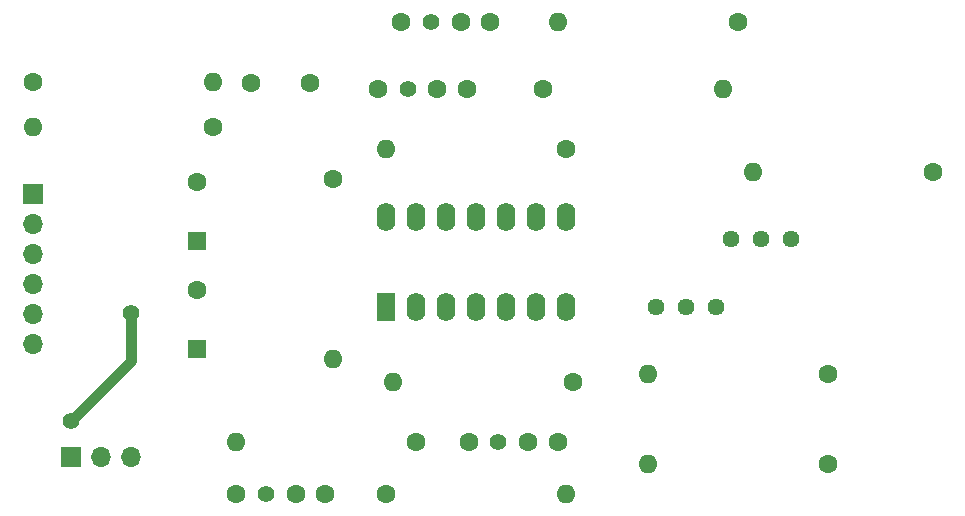
<source format=gbr>
G04 #@! TF.GenerationSoftware,KiCad,Pcbnew,(5.1.6)-1*
G04 #@! TF.CreationDate,2024-02-15T07:59:17+01:00*
G04 #@! TF.ProjectId,AetS_Spectrum_1way,41657453-5f53-4706-9563-7472756d5f31,rev?*
G04 #@! TF.SameCoordinates,Original*
G04 #@! TF.FileFunction,Copper,L1,Top*
G04 #@! TF.FilePolarity,Positive*
%FSLAX46Y46*%
G04 Gerber Fmt 4.6, Leading zero omitted, Abs format (unit mm)*
G04 Created by KiCad (PCBNEW (5.1.6)-1) date 2024-02-15 07:59:17*
%MOMM*%
%LPD*%
G01*
G04 APERTURE LIST*
G04 #@! TA.AperFunction,ComponentPad*
%ADD10R,1.700000X1.700000*%
G04 #@! TD*
G04 #@! TA.AperFunction,ComponentPad*
%ADD11O,1.700000X1.700000*%
G04 #@! TD*
G04 #@! TA.AperFunction,ComponentPad*
%ADD12C,1.400000*%
G04 #@! TD*
G04 #@! TA.AperFunction,ComponentPad*
%ADD13C,1.600000*%
G04 #@! TD*
G04 #@! TA.AperFunction,ComponentPad*
%ADD14R,1.600000X1.600000*%
G04 #@! TD*
G04 #@! TA.AperFunction,ComponentPad*
%ADD15O,1.600000X1.600000*%
G04 #@! TD*
G04 #@! TA.AperFunction,ComponentPad*
%ADD16C,1.440000*%
G04 #@! TD*
G04 #@! TA.AperFunction,ComponentPad*
%ADD17R,1.600000X2.400000*%
G04 #@! TD*
G04 #@! TA.AperFunction,ComponentPad*
%ADD18O,1.600000X2.400000*%
G04 #@! TD*
G04 #@! TA.AperFunction,ViaPad*
%ADD19C,1.400000*%
G04 #@! TD*
G04 #@! TA.AperFunction,Conductor*
%ADD20C,0.900000*%
G04 #@! TD*
G04 APERTURE END LIST*
D10*
X165100000Y-73660000D03*
D11*
X167640000Y-73660000D03*
X170180000Y-73660000D03*
D12*
X181610000Y-76835000D03*
X179110000Y-76835000D03*
D13*
X184150000Y-76835000D03*
X179150000Y-76835000D03*
X175768000Y-59516000D03*
D14*
X175768000Y-64516000D03*
D12*
X201255000Y-72390000D03*
X198755000Y-72390000D03*
D13*
X198835000Y-72390000D03*
X203835000Y-72390000D03*
D14*
X175768000Y-55372000D03*
D13*
X175768000Y-50372000D03*
D12*
X195580000Y-36830000D03*
X193080000Y-36830000D03*
D13*
X198120000Y-36830000D03*
X193120000Y-36830000D03*
D12*
X193635000Y-42545000D03*
X191135000Y-42545000D03*
D13*
X191135000Y-42545000D03*
X196135000Y-42545000D03*
X180340000Y-41990000D03*
X185340000Y-41990000D03*
X179150000Y-76835000D03*
X186650000Y-76835000D03*
X206375000Y-72390000D03*
X198875000Y-72390000D03*
X193080000Y-36830000D03*
X200580000Y-36830000D03*
X198635000Y-42545000D03*
X191135000Y-42545000D03*
D10*
X161925000Y-51435000D03*
D11*
X161925000Y-53975000D03*
X161925000Y-56515000D03*
X161925000Y-59055000D03*
X161925000Y-61595000D03*
X161925000Y-64135000D03*
D13*
X191770000Y-76835000D03*
D15*
X207010000Y-76835000D03*
D13*
X229235000Y-74295000D03*
D15*
X213995000Y-74295000D03*
D13*
X207645000Y-67310000D03*
D15*
X192405000Y-67310000D03*
X179070000Y-72390000D03*
D13*
X194310000Y-72390000D03*
D15*
X213995000Y-66675000D03*
D13*
X229235000Y-66675000D03*
D15*
X187325000Y-65405000D03*
D13*
X187325000Y-50165000D03*
D15*
X206375000Y-36830000D03*
D13*
X221615000Y-36830000D03*
X205105000Y-42545000D03*
D15*
X220345000Y-42545000D03*
D13*
X207010000Y-47625000D03*
D15*
X191770000Y-47625000D03*
X222885000Y-49530000D03*
D13*
X238125000Y-49530000D03*
D15*
X161925000Y-45720000D03*
D13*
X177165000Y-45720000D03*
X161925000Y-41910000D03*
D15*
X177165000Y-41910000D03*
D16*
X219710000Y-60960000D03*
X217170000Y-60960000D03*
X214630000Y-60960000D03*
X220980000Y-55245000D03*
X223520000Y-55245000D03*
X226060000Y-55245000D03*
D17*
X191770000Y-60960000D03*
D18*
X207010000Y-53340000D03*
X194310000Y-60960000D03*
X204470000Y-53340000D03*
X196850000Y-60960000D03*
X201930000Y-53340000D03*
X199390000Y-60960000D03*
X199390000Y-53340000D03*
X201930000Y-60960000D03*
X196850000Y-53340000D03*
X204470000Y-60960000D03*
X194310000Y-53340000D03*
X207010000Y-60960000D03*
X191770000Y-53340000D03*
D19*
X165100000Y-70611986D03*
X170180004Y-61468000D03*
D20*
X170180000Y-61468004D02*
X170180004Y-61468000D01*
X170180000Y-65532000D02*
X170180000Y-61468004D01*
X165100000Y-70611986D02*
X165100014Y-70611986D01*
X165100014Y-70611986D02*
X170180000Y-65532000D01*
M02*

</source>
